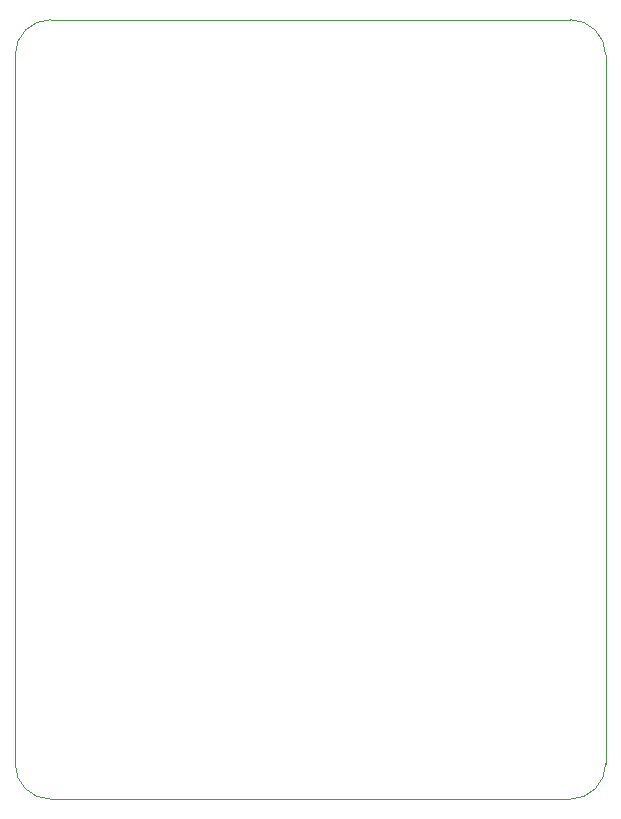
<source format=gbr>
%TF.GenerationSoftware,KiCad,Pcbnew,(5.1.7)-1*%
%TF.CreationDate,2021-03-16T10:20:49+01:00*%
%TF.ProjectId,BluePhil,426c7565-5068-4696-9c2e-6b696361645f,rev?*%
%TF.SameCoordinates,Original*%
%TF.FileFunction,Profile,NP*%
%FSLAX46Y46*%
G04 Gerber Fmt 4.6, Leading zero omitted, Abs format (unit mm)*
G04 Created by KiCad (PCBNEW (5.1.7)-1) date 2021-03-16 10:20:49*
%MOMM*%
%LPD*%
G01*
G04 APERTURE LIST*
%TA.AperFunction,Profile*%
%ADD10C,0.050000*%
%TD*%
G04 APERTURE END LIST*
D10*
X136000000Y-47000000D02*
G75*
G02*
X139000000Y-50000000I0J-3000000D01*
G01*
X89000000Y-50000000D02*
G75*
G02*
X92000000Y-47000000I3000000J0D01*
G01*
X92000000Y-113000000D02*
G75*
G02*
X89000000Y-110000000I0J3000000D01*
G01*
X139000000Y-110000000D02*
G75*
G02*
X136000000Y-113000000I-3000000J0D01*
G01*
X92000000Y-113000000D02*
X136000000Y-113000000D01*
X89000000Y-50000000D02*
X89000000Y-110000000D01*
X136000000Y-47000000D02*
X92000000Y-47000000D01*
X139000000Y-110000000D02*
X139000000Y-50000000D01*
M02*

</source>
